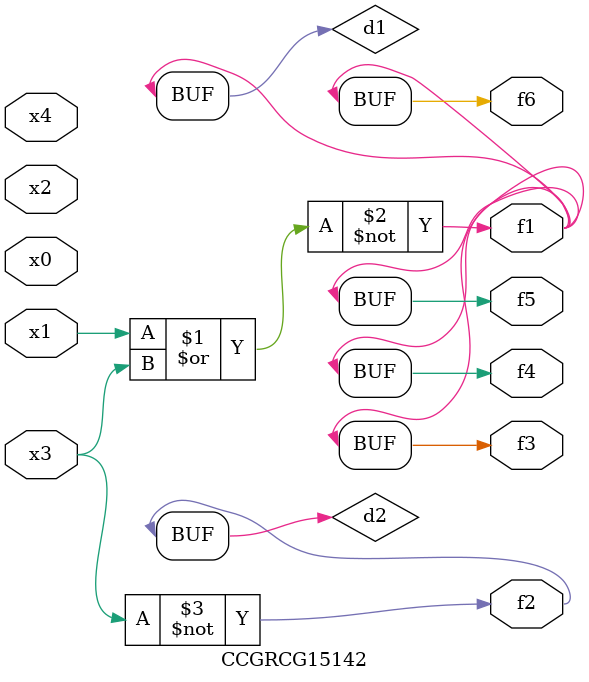
<source format=v>
module CCGRCG15142(
	input x0, x1, x2, x3, x4,
	output f1, f2, f3, f4, f5, f6
);

	wire d1, d2;

	nor (d1, x1, x3);
	not (d2, x3);
	assign f1 = d1;
	assign f2 = d2;
	assign f3 = d1;
	assign f4 = d1;
	assign f5 = d1;
	assign f6 = d1;
endmodule

</source>
